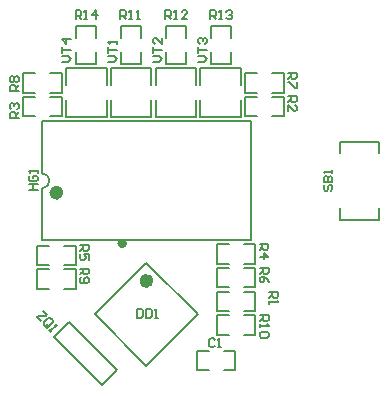
<source format=gto>
G04 Layer_Color=65535*
%FSAX44Y44*%
%MOMM*%
G71*
G01*
G75*
%ADD23C,0.4000*%
%ADD24C,0.6000*%
%ADD25C,0.2000*%
%ADD26C,0.1270*%
D23*
X00589494Y00884104D02*
G03*
X00589494Y00884104I-00002000J00000000D01*
G01*
D24*
X00611000Y00852285D02*
G03*
X00611000Y00852285I-00003000J00000000D01*
G01*
X00534800Y00927000D02*
G03*
X00534800Y00927000I-00003000J00000000D01*
G01*
D25*
X00519500Y00930650D02*
G03*
X00519500Y00943350I00000000J00006350D01*
G01*
X00574250Y01018500D02*
Y01032750D01*
X00539750Y01018500D02*
Y01032750D01*
Y00991250D02*
Y01005500D01*
X00574250Y00991250D02*
Y01005500D01*
X00539750Y00991250D02*
X00574250D01*
X00539750Y01032750D02*
X00574250D01*
X00688250Y01018500D02*
Y01032750D01*
X00653750Y01018500D02*
Y01032750D01*
Y00991250D02*
Y01005500D01*
X00688250Y00991250D02*
Y01005500D01*
X00653750Y00991250D02*
X00688250D01*
X00653750Y01032750D02*
X00688250D01*
X00650250Y01018500D02*
Y01032750D01*
X00615750Y01018500D02*
Y01032750D01*
Y00991250D02*
Y01005500D01*
X00650250Y00991250D02*
Y01005500D01*
X00615750Y00991250D02*
X00650250D01*
X00615750Y01032750D02*
X00650250D01*
X00612250Y01018500D02*
Y01032750D01*
X00577750Y01018500D02*
Y01032750D01*
Y00991250D02*
Y01005500D01*
X00612250Y00991250D02*
Y01005500D01*
X00577750Y00991250D02*
X00612250D01*
X00577750Y01032750D02*
X00612250D01*
X00564159Y00824000D02*
X00608000Y00780160D01*
Y00867841D02*
X00651841Y00824000D01*
X00608000Y00780160D02*
X00651841Y00824000D01*
X00564159D02*
X00608000Y00867841D01*
X00772000Y00903750D02*
X00804500D01*
X00804500D02*
Y00913750D01*
X00772000Y00903750D02*
Y00913750D01*
X00804500Y00960250D02*
Y00970250D01*
X00772000Y00960250D02*
Y00970250D01*
X00772000D02*
X00804500D01*
X00519500Y00987500D02*
X00696500D01*
Y00886500D02*
Y00987500D01*
X00519500Y00886500D02*
X00696500D01*
X00519500Y00943350D02*
Y00987500D01*
Y00886500D02*
Y00930650D01*
X00650750Y00793250D02*
X00660750D01*
X00650750Y00776750D02*
X00660750D01*
X00673250Y00793250D02*
X00683250D01*
X00673250Y00776750D02*
X00683250D01*
X00650750D02*
Y00793250D01*
X00683250Y00776750D02*
Y00793250D01*
X00548750Y01035750D02*
X00565250D01*
X00548750Y01068250D02*
X00565250D01*
X00548750Y01035750D02*
Y01045750D01*
X00565250Y01035750D02*
Y01045750D01*
X00548750Y01058250D02*
Y01068250D01*
X00565250Y01058250D02*
Y01068250D01*
X00662750Y01035750D02*
X00679250D01*
X00662750Y01068250D02*
X00679250D01*
X00662750Y01035750D02*
Y01045750D01*
X00679250Y01035750D02*
Y01045750D01*
X00662750Y01058250D02*
Y01068250D01*
X00679250Y01058250D02*
Y01068250D01*
X00624750Y01035750D02*
X00641250D01*
X00624750Y01068250D02*
X00641250D01*
X00624750Y01035750D02*
Y01045750D01*
X00641250Y01035750D02*
Y01045750D01*
X00624750Y01058250D02*
Y01068250D01*
X00641250Y01058250D02*
Y01068250D01*
X00586750Y01035750D02*
X00603250D01*
X00586750Y01068250D02*
X00603250D01*
X00586750Y01035750D02*
Y01045750D01*
X00603250Y01035750D02*
Y01045750D01*
X00586750Y01058250D02*
Y01068250D01*
X00603250Y01058250D02*
Y01068250D01*
X00700250Y00806750D02*
Y00823250D01*
X00667750Y00806750D02*
Y00823250D01*
X00690250Y00806750D02*
X00700250D01*
X00690250Y00823250D02*
X00700250D01*
X00667750Y00806750D02*
X00677750D01*
X00667750Y00823250D02*
X00677750D01*
X00515750Y00845750D02*
Y00862250D01*
X00548250Y00845750D02*
Y00862250D01*
X00515750D02*
X00525750D01*
X00515750Y00845750D02*
X00525750D01*
X00538250Y00862250D02*
X00548250D01*
X00538250Y00845750D02*
X00548250D01*
X00536250Y01011750D02*
Y01028250D01*
X00503750Y01011750D02*
Y01028250D01*
X00526250Y01011750D02*
X00536250D01*
X00526250Y01028250D02*
X00536250D01*
X00503750Y01011750D02*
X00513750D01*
X00503750Y01028250D02*
X00513750D01*
X00691750Y01011750D02*
Y01028250D01*
X00724250Y01011750D02*
Y01028250D01*
X00691750D02*
X00701750D01*
X00691750Y01011750D02*
X00701750D01*
X00714250Y01028250D02*
X00724250D01*
X00714250Y01011750D02*
X00724250D01*
X00700250Y00846750D02*
Y00863250D01*
X00667750Y00846750D02*
Y00863250D01*
X00690250Y00846750D02*
X00700250D01*
X00690250Y00863250D02*
X00700250D01*
X00667750Y00846750D02*
X00677750D01*
X00667750Y00863250D02*
X00677750D01*
X00515750Y00865750D02*
Y00882250D01*
X00548250Y00865750D02*
Y00882250D01*
X00515750D02*
X00525750D01*
X00515750Y00865750D02*
X00525750D01*
X00538250Y00882250D02*
X00548250D01*
X00538250Y00865750D02*
X00548250D01*
X00700250Y00866750D02*
Y00883250D01*
X00667750Y00866750D02*
Y00883250D01*
X00690250Y00866750D02*
X00700250D01*
X00690250Y00883250D02*
X00700250D01*
X00667750Y00866750D02*
X00677750D01*
X00667750Y00883250D02*
X00677750D01*
X00536250Y00991750D02*
Y01008250D01*
X00503750Y00991750D02*
Y01008250D01*
X00526250Y00991750D02*
X00536250D01*
X00526250Y01008250D02*
X00536250D01*
X00503750Y00991750D02*
X00513750D01*
X00503750Y01008250D02*
X00513750D01*
X00691750Y00991750D02*
Y01008250D01*
X00724250Y00991750D02*
Y01008250D01*
X00691750D02*
X00701750D01*
X00691750Y00991750D02*
X00701750D01*
X00714250Y01008250D02*
X00724250D01*
X00714250Y00991750D02*
X00724250D01*
X00700250Y00826750D02*
Y00843250D01*
X00667750Y00826750D02*
Y00843250D01*
X00690250Y00826750D02*
X00700250D01*
X00690250Y00843250D02*
X00700250D01*
X00667750Y00826750D02*
X00677750D01*
X00667750Y00843250D02*
X00677750D01*
X00542177Y00817570D02*
X00583189Y00776558D01*
X00529449Y00804843D02*
X00542177Y00817570D01*
X00570461Y00763830D02*
X00583189Y00776558D01*
X00529449Y00804843D02*
X00570461Y00763830D01*
D26*
X00665998Y00802498D02*
X00664749Y00803748D01*
X00662250D01*
X00661000Y00802498D01*
Y00797500D01*
X00662250Y00796250D01*
X00664749D01*
X00665998Y00797500D01*
X00668498Y00796250D02*
X00670997D01*
X00669747D01*
Y00803748D01*
X00668498Y00802498D01*
X00600000Y00828498D02*
Y00821000D01*
X00603749D01*
X00604998Y00822250D01*
Y00827248D01*
X00603749Y00828498D01*
X00600000D01*
X00607498D02*
Y00821000D01*
X00611246D01*
X00612496Y00822250D01*
Y00827248D01*
X00611246Y00828498D01*
X00607498D01*
X00614995Y00821000D02*
X00617494D01*
X00616245D01*
Y00828498D01*
X00614995Y00827248D01*
X00508502Y00929000D02*
X00516000D01*
X00512251D01*
Y00933998D01*
X00508502D01*
X00516000D01*
X00509752Y00941496D02*
X00508502Y00940246D01*
Y00937747D01*
X00509752Y00936498D01*
X00514750D01*
X00516000Y00937747D01*
Y00940246D01*
X00514750Y00941496D01*
X00512251D01*
Y00938997D01*
X00516000Y00943995D02*
Y00946494D01*
Y00945245D01*
X00508502D01*
X00509752Y00943995D01*
X00712000Y00843000D02*
X00719498D01*
Y00839251D01*
X00718248Y00838002D01*
X00715749D01*
X00714499Y00839251D01*
Y00843000D01*
Y00840501D02*
X00712000Y00838002D01*
Y00835502D02*
Y00833003D01*
Y00834253D01*
X00719498D01*
X00718248Y00835502D01*
X00727750Y01008500D02*
X00735248D01*
Y01004751D01*
X00733998Y01003502D01*
X00731499D01*
X00730249Y01004751D01*
Y01008500D01*
Y01006001D02*
X00727750Y01003502D01*
Y00996004D02*
Y01001002D01*
X00732748Y00996004D01*
X00733998D01*
X00735248Y00997254D01*
Y00999753D01*
X00733998Y01001002D01*
X00500000Y00990000D02*
X00492502D01*
Y00993749D01*
X00493752Y00994998D01*
X00496251D01*
X00497501Y00993749D01*
Y00990000D01*
Y00992499D02*
X00500000Y00994998D01*
X00493752Y00997498D02*
X00492502Y00998747D01*
Y01001246D01*
X00493752Y01002496D01*
X00495002D01*
X00496251Y01001246D01*
Y00999997D01*
Y01001246D01*
X00497501Y01002496D01*
X00498750D01*
X00500000Y01001246D01*
Y00998747D01*
X00498750Y00997498D01*
X00703750Y00883500D02*
X00711248D01*
Y00879751D01*
X00709998Y00878502D01*
X00707499D01*
X00706249Y00879751D01*
Y00883500D01*
Y00881001D02*
X00703750Y00878502D01*
Y00872254D02*
X00711248D01*
X00707499Y00876002D01*
Y00871004D01*
X00551750Y00882750D02*
X00559248D01*
Y00879001D01*
X00557998Y00877752D01*
X00555499D01*
X00554249Y00879001D01*
Y00882750D01*
Y00880251D02*
X00551750Y00877752D01*
X00559248Y00870254D02*
Y00875252D01*
X00555499D01*
X00556748Y00872753D01*
Y00871504D01*
X00555499Y00870254D01*
X00553000D01*
X00551750Y00871504D01*
Y00874003D01*
X00553000Y00875252D01*
X00704000Y00863500D02*
X00711498D01*
Y00859751D01*
X00710248Y00858502D01*
X00707749D01*
X00706499Y00859751D01*
Y00863500D01*
Y00861001D02*
X00704000Y00858502D01*
X00711498Y00851004D02*
X00710248Y00853503D01*
X00707749Y00856002D01*
X00705250D01*
X00704000Y00854753D01*
Y00852254D01*
X00705250Y00851004D01*
X00706499D01*
X00707749Y00852254D01*
Y00856002D01*
X00727750Y01028500D02*
X00735248D01*
Y01024751D01*
X00733998Y01023502D01*
X00731499D01*
X00730249Y01024751D01*
Y01028500D01*
Y01026001D02*
X00727750Y01023502D01*
X00735248Y01021002D02*
Y01016004D01*
X00733998D01*
X00729000Y01021002D01*
X00727750D01*
X00500000Y01013000D02*
X00492502D01*
Y01016749D01*
X00493752Y01017998D01*
X00496251D01*
X00497501Y01016749D01*
Y01013000D01*
Y01015499D02*
X00500000Y01017998D01*
X00493752Y01020498D02*
X00492502Y01021747D01*
Y01024246D01*
X00493752Y01025496D01*
X00495002D01*
X00496251Y01024246D01*
X00497501Y01025496D01*
X00498750D01*
X00500000Y01024246D01*
Y01021747D01*
X00498750Y01020498D01*
X00497501D01*
X00496251Y01021747D01*
X00495002Y01020498D01*
X00493752D01*
X00496251Y01021747D02*
Y01024246D01*
X00551750Y00862750D02*
X00559248D01*
Y00859001D01*
X00557998Y00857752D01*
X00555499D01*
X00554249Y00859001D01*
Y00862750D01*
Y00860251D02*
X00551750Y00857752D01*
X00553000Y00855252D02*
X00551750Y00854003D01*
Y00851504D01*
X00553000Y00850254D01*
X00557998D01*
X00559248Y00851504D01*
Y00854003D01*
X00557998Y00855252D01*
X00556748D01*
X00555499Y00854003D01*
Y00850254D01*
X00704000Y00823000D02*
X00711498D01*
Y00819251D01*
X00710248Y00818002D01*
X00707749D01*
X00706499Y00819251D01*
Y00823000D01*
Y00820501D02*
X00704000Y00818002D01*
Y00815502D02*
Y00813003D01*
Y00814253D01*
X00711498D01*
X00710248Y00815502D01*
Y00809254D02*
X00711498Y00808005D01*
Y00805506D01*
X00710248Y00804256D01*
X00705250D01*
X00704000Y00805506D01*
Y00808005D01*
X00705250Y00809254D01*
X00710248D01*
X00586000Y01074000D02*
Y01081498D01*
X00589749D01*
X00590998Y01080248D01*
Y01077749D01*
X00589749Y01076499D01*
X00586000D01*
X00588499D02*
X00590998Y01074000D01*
X00593498D02*
X00595997D01*
X00594747D01*
Y01081498D01*
X00593498Y01080248D01*
X00599746Y01074000D02*
X00602245D01*
X00600995D01*
Y01081498D01*
X00599746Y01080248D01*
X00624000Y01074000D02*
Y01081498D01*
X00627749D01*
X00628998Y01080248D01*
Y01077749D01*
X00627749Y01076499D01*
X00624000D01*
X00626499D02*
X00628998Y01074000D01*
X00631498D02*
X00633997D01*
X00632747D01*
Y01081498D01*
X00631498Y01080248D01*
X00642744Y01074000D02*
X00637746D01*
X00642744Y01078999D01*
Y01080248D01*
X00641494Y01081498D01*
X00638995D01*
X00637746Y01080248D01*
X00662000Y01074000D02*
Y01081498D01*
X00665749D01*
X00666998Y01080248D01*
Y01077749D01*
X00665749Y01076499D01*
X00662000D01*
X00664499D02*
X00666998Y01074000D01*
X00669498D02*
X00671997D01*
X00670747D01*
Y01081498D01*
X00669498Y01080248D01*
X00675746D02*
X00676995Y01081498D01*
X00679494D01*
X00680744Y01080248D01*
Y01078999D01*
X00679494Y01077749D01*
X00678245D01*
X00679494D01*
X00680744Y01076499D01*
Y01075250D01*
X00679494Y01074000D01*
X00676995D01*
X00675746Y01075250D01*
X00548000Y01074000D02*
Y01081498D01*
X00551749D01*
X00552998Y01080248D01*
Y01077749D01*
X00551749Y01076499D01*
X00548000D01*
X00550499D02*
X00552998Y01074000D01*
X00555498D02*
X00557997D01*
X00556747D01*
Y01081498D01*
X00555498Y01080248D01*
X00565494Y01074000D02*
Y01081498D01*
X00561746Y01077749D01*
X00566744D01*
X00575502Y01038000D02*
X00580501D01*
X00583000Y01040499D01*
X00580501Y01042998D01*
X00575502D01*
Y01045498D02*
Y01050496D01*
Y01047997D01*
X00583000D01*
Y01052995D02*
Y01055494D01*
Y01054245D01*
X00575502D01*
X00576752Y01052995D01*
X00613752Y01038000D02*
X00618751D01*
X00621250Y01040499D01*
X00618751Y01042998D01*
X00613752D01*
Y01045498D02*
Y01050496D01*
Y01047997D01*
X00621250D01*
Y01057994D02*
Y01052995D01*
X00616252Y01057994D01*
X00615002D01*
X00613752Y01056744D01*
Y01054245D01*
X00615002Y01052995D01*
X00651752Y01038000D02*
X00656751D01*
X00659250Y01040499D01*
X00656751Y01042998D01*
X00651752D01*
Y01045498D02*
Y01050496D01*
Y01047997D01*
X00659250D01*
X00653002Y01052995D02*
X00651752Y01054245D01*
Y01056744D01*
X00653002Y01057994D01*
X00654252D01*
X00655501Y01056744D01*
Y01055494D01*
Y01056744D01*
X00656751Y01057994D01*
X00658000D01*
X00659250Y01056744D01*
Y01054245D01*
X00658000Y01052995D01*
X00536502Y01038000D02*
X00541501D01*
X00544000Y01040499D01*
X00541501Y01042998D01*
X00536502D01*
Y01045498D02*
Y01050496D01*
Y01047997D01*
X00544000D01*
Y01056744D02*
X00536502D01*
X00540251Y01052995D01*
Y01057994D01*
X00520552Y00826802D02*
X00524086Y00823267D01*
X00523202Y00822384D01*
X00516134D01*
X00515250Y00821500D01*
X00518784Y00817966D01*
X00524970Y00813548D02*
X00528504Y00817082D01*
Y00818849D01*
X00526737Y00820616D01*
X00524970D01*
X00521435Y00817082D01*
Y00815315D01*
X00523202Y00813548D01*
X00524086Y00816198D02*
X00524086Y00812664D01*
X00523202Y00813548D02*
X00524970D01*
X00525853Y00810897D02*
X00527620Y00809130D01*
X00526737Y00810013D01*
X00532038Y00815315D01*
X00530271D01*
X00759252Y00933499D02*
X00758002Y00932249D01*
Y00929750D01*
X00759252Y00928500D01*
X00760501D01*
X00761751Y00929750D01*
Y00932249D01*
X00763001Y00933499D01*
X00764250D01*
X00765500Y00932249D01*
Y00929750D01*
X00764250Y00928500D01*
X00758002Y00935998D02*
X00765500D01*
Y00939746D01*
X00764250Y00940996D01*
X00763001D01*
X00761751Y00939746D01*
Y00935998D01*
Y00939746D01*
X00760501Y00940996D01*
X00759252D01*
X00758002Y00939746D01*
Y00935998D01*
X00765500Y00943495D02*
Y00945995D01*
Y00944745D01*
X00758002D01*
X00759252Y00943495D01*
M02*

</source>
